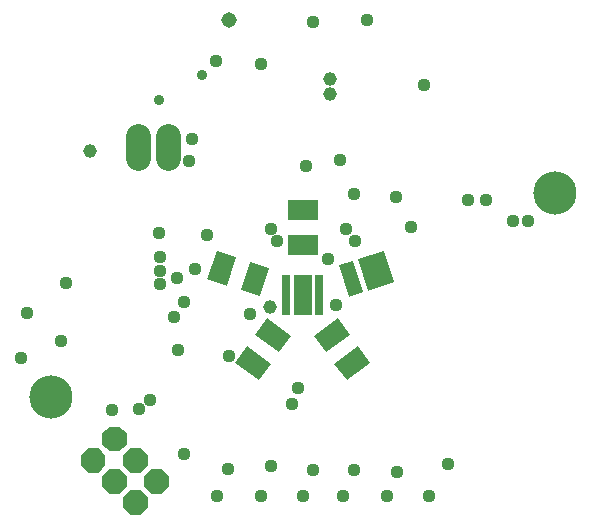
<source format=gbs>
G75*
%MOIN*%
%OFA0B0*%
%FSLAX25Y25*%
%IPPOS*%
%LPD*%
%AMOC8*
5,1,8,0,0,1.08239X$1,22.5*
%
%ADD10C,0.14400*%
%ADD11C,0.01640*%
%ADD12C,0.03556*%
%ADD13R,0.06902X0.09855*%
%ADD14R,0.09186X0.11036*%
%ADD15R,0.04816X0.11036*%
%ADD16R,0.09855X0.06902*%
%ADD17R,0.02769X0.13792*%
%ADD18R,0.05918X0.13792*%
%ADD19C,0.08200*%
%ADD20C,0.04369*%
%ADD21C,0.05156*%
%ADD22C,0.04565*%
D10*
X0018200Y0067800D03*
X0186200Y0135800D03*
D11*
X0039810Y0037270D02*
X0040630Y0036450D01*
X0037912Y0036450D01*
X0035992Y0038370D01*
X0035992Y0041088D01*
X0037912Y0043008D01*
X0040630Y0043008D01*
X0042550Y0041088D01*
X0042550Y0038370D01*
X0040630Y0036450D01*
X0040120Y0037680D01*
X0038422Y0037680D01*
X0037222Y0038880D01*
X0037222Y0040578D01*
X0038422Y0041778D01*
X0040120Y0041778D01*
X0041320Y0040578D01*
X0041320Y0038880D01*
X0040120Y0037680D01*
X0039611Y0038910D01*
X0038931Y0038910D01*
X0038452Y0039389D01*
X0038452Y0040069D01*
X0038931Y0040548D01*
X0039611Y0040548D01*
X0040090Y0040069D01*
X0040090Y0039389D01*
X0039611Y0038910D01*
X0046881Y0030199D02*
X0047701Y0029379D01*
X0044983Y0029379D01*
X0043063Y0031299D01*
X0043063Y0034017D01*
X0044983Y0035937D01*
X0047701Y0035937D01*
X0049621Y0034017D01*
X0049621Y0031299D01*
X0047701Y0029379D01*
X0047191Y0030609D01*
X0045493Y0030609D01*
X0044293Y0031809D01*
X0044293Y0033507D01*
X0045493Y0034707D01*
X0047191Y0034707D01*
X0048391Y0033507D01*
X0048391Y0031809D01*
X0047191Y0030609D01*
X0046682Y0031839D01*
X0046002Y0031839D01*
X0045523Y0032318D01*
X0045523Y0032998D01*
X0046002Y0033477D01*
X0046682Y0033477D01*
X0047161Y0032998D01*
X0047161Y0032318D01*
X0046682Y0031839D01*
X0053952Y0037270D02*
X0054772Y0036450D01*
X0052054Y0036450D01*
X0050134Y0038370D01*
X0050134Y0041088D01*
X0052054Y0043008D01*
X0054772Y0043008D01*
X0056692Y0041088D01*
X0056692Y0038370D01*
X0054772Y0036450D01*
X0054262Y0037680D01*
X0052564Y0037680D01*
X0051364Y0038880D01*
X0051364Y0040578D01*
X0052564Y0041778D01*
X0054262Y0041778D01*
X0055462Y0040578D01*
X0055462Y0038880D01*
X0054262Y0037680D01*
X0053753Y0038910D01*
X0053073Y0038910D01*
X0052594Y0039389D01*
X0052594Y0040069D01*
X0053073Y0040548D01*
X0053753Y0040548D01*
X0054232Y0040069D01*
X0054232Y0039389D01*
X0053753Y0038910D01*
X0046881Y0044341D02*
X0047701Y0043521D01*
X0044983Y0043521D01*
X0043063Y0045441D01*
X0043063Y0048159D01*
X0044983Y0050079D01*
X0047701Y0050079D01*
X0049621Y0048159D01*
X0049621Y0045441D01*
X0047701Y0043521D01*
X0047191Y0044751D01*
X0045493Y0044751D01*
X0044293Y0045951D01*
X0044293Y0047649D01*
X0045493Y0048849D01*
X0047191Y0048849D01*
X0048391Y0047649D01*
X0048391Y0045951D01*
X0047191Y0044751D01*
X0046682Y0045981D01*
X0046002Y0045981D01*
X0045523Y0046460D01*
X0045523Y0047140D01*
X0046002Y0047619D01*
X0046682Y0047619D01*
X0047161Y0047140D01*
X0047161Y0046460D01*
X0046682Y0045981D01*
X0039810Y0051412D02*
X0040630Y0050592D01*
X0037912Y0050592D01*
X0035992Y0052512D01*
X0035992Y0055230D01*
X0037912Y0057150D01*
X0040630Y0057150D01*
X0042550Y0055230D01*
X0042550Y0052512D01*
X0040630Y0050592D01*
X0040120Y0051822D01*
X0038422Y0051822D01*
X0037222Y0053022D01*
X0037222Y0054720D01*
X0038422Y0055920D01*
X0040120Y0055920D01*
X0041320Y0054720D01*
X0041320Y0053022D01*
X0040120Y0051822D01*
X0039611Y0053052D01*
X0038931Y0053052D01*
X0038452Y0053531D01*
X0038452Y0054211D01*
X0038931Y0054690D01*
X0039611Y0054690D01*
X0040090Y0054211D01*
X0040090Y0053531D01*
X0039611Y0053052D01*
X0032739Y0044341D02*
X0033559Y0043521D01*
X0030841Y0043521D01*
X0028921Y0045441D01*
X0028921Y0048159D01*
X0030841Y0050079D01*
X0033559Y0050079D01*
X0035479Y0048159D01*
X0035479Y0045441D01*
X0033559Y0043521D01*
X0033049Y0044751D01*
X0031351Y0044751D01*
X0030151Y0045951D01*
X0030151Y0047649D01*
X0031351Y0048849D01*
X0033049Y0048849D01*
X0034249Y0047649D01*
X0034249Y0045951D01*
X0033049Y0044751D01*
X0032540Y0045981D01*
X0031860Y0045981D01*
X0031381Y0046460D01*
X0031381Y0047140D01*
X0031860Y0047619D01*
X0032540Y0047619D01*
X0033019Y0047140D01*
X0033019Y0046460D01*
X0032540Y0045981D01*
D12*
X0054448Y0166862D03*
X0068598Y0175031D03*
D13*
G36*
X0073518Y0116346D02*
X0080081Y0114213D01*
X0077036Y0104842D01*
X0070473Y0106975D01*
X0073518Y0116346D01*
G37*
G36*
X0084564Y0112757D02*
X0091127Y0110624D01*
X0088082Y0101253D01*
X0081519Y0103386D01*
X0084564Y0112757D01*
G37*
G36*
X0086399Y0088402D02*
X0090456Y0093985D01*
X0098427Y0088194D01*
X0094370Y0082611D01*
X0086399Y0088402D01*
G37*
G36*
X0079573Y0079006D02*
X0083630Y0084589D01*
X0091601Y0078798D01*
X0087544Y0073215D01*
X0079573Y0079006D01*
G37*
G36*
X0110030Y0082611D02*
X0105973Y0088194D01*
X0113944Y0093985D01*
X0118001Y0088402D01*
X0110030Y0082611D01*
G37*
G36*
X0116856Y0073215D02*
X0112799Y0078798D01*
X0120770Y0084589D01*
X0124827Y0079006D01*
X0116856Y0073215D01*
G37*
D14*
G36*
X0132800Y0105988D02*
X0124064Y0103149D01*
X0120654Y0113644D01*
X0129390Y0116483D01*
X0132800Y0105988D01*
G37*
D15*
G36*
X0122390Y0102606D02*
X0117811Y0101117D01*
X0114400Y0111612D01*
X0118979Y0113101D01*
X0122390Y0102606D01*
G37*
D16*
X0102200Y0118493D03*
X0102200Y0130107D03*
D17*
X0096688Y0101800D03*
X0107712Y0101800D03*
D18*
X0102200Y0101800D03*
D19*
X0057318Y0147313D02*
X0057318Y0154713D01*
X0047318Y0154713D02*
X0047318Y0147313D01*
D20*
X0064200Y0146300D03*
X0065200Y0153800D03*
X0088200Y0178800D03*
X0073200Y0179800D03*
X0105700Y0192800D03*
X0123700Y0193300D03*
X0142700Y0171800D03*
X0114700Y0146800D03*
X0103200Y0144800D03*
X0119450Y0135300D03*
X0116700Y0123800D03*
X0119700Y0119800D03*
X0110700Y0113800D03*
X0113200Y0098300D03*
X0093700Y0119800D03*
X0091700Y0123800D03*
X0070200Y0121800D03*
X0066200Y0110300D03*
X0060200Y0107300D03*
X0054700Y0105300D03*
X0054700Y0109800D03*
X0054700Y0114300D03*
X0054200Y0122300D03*
X0062700Y0099300D03*
X0059200Y0094300D03*
X0060700Y0083300D03*
X0077700Y0081300D03*
X0084700Y0095300D03*
X0100700Y0070800D03*
X0098700Y0065300D03*
X0091700Y0044800D03*
X0088200Y0034800D03*
X0077200Y0043800D03*
X0073700Y0034800D03*
X0062700Y0048800D03*
X0047700Y0063800D03*
X0051200Y0066800D03*
X0038700Y0063300D03*
X0021700Y0086300D03*
X0010200Y0095800D03*
X0023200Y0105800D03*
X0008200Y0080800D03*
X0102200Y0034800D03*
X0105700Y0043300D03*
X0115700Y0034800D03*
X0119450Y0043300D03*
X0130200Y0034800D03*
X0133700Y0042800D03*
X0144450Y0034800D03*
X0150700Y0045300D03*
X0138200Y0124300D03*
X0133200Y0134300D03*
X0157200Y0133300D03*
X0163200Y0133300D03*
X0172200Y0126300D03*
X0177200Y0126300D03*
D21*
X0077700Y0193300D03*
D22*
X0111200Y0173800D03*
X0111200Y0168800D03*
X0091200Y0097800D03*
X0031200Y0149800D03*
M02*

</source>
